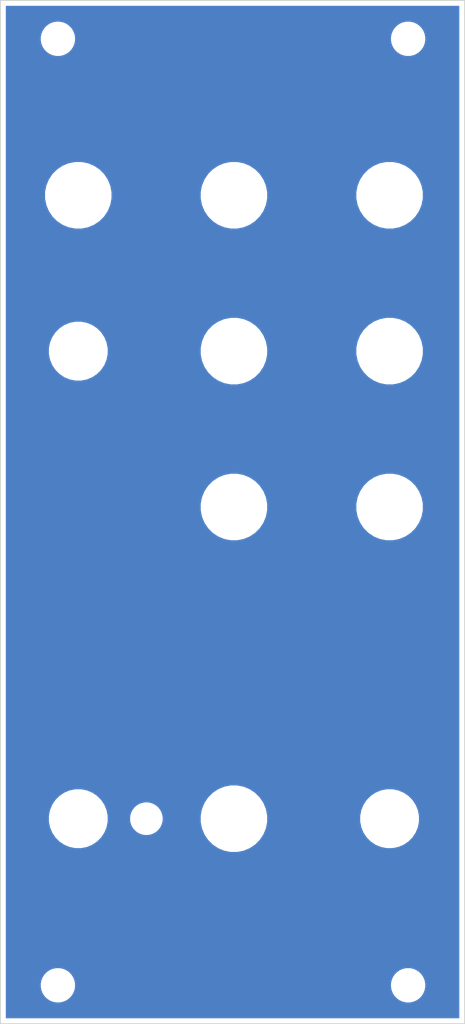
<source format=kicad_pcb>
(kicad_pcb (version 20221018) (generator pcbnew)
  (title_block (title "Bass++") (date "2019-10-17") (rev "01") (comment 1 "Original design by Thomas Henry") (comment 2 "PCB for panel") (comment 4 "License CC BY 4.0 - Attribution 4.0 International"))
  (layers (0 "F.Cu" signal) (31 "B.Cu" signal) (34 "B.Paste" user) (35 "F.Paste" user) (36 "B.SilkS" user "B.Silkscreen") (37 "F.SilkS" user "F.Silkscreen") (38 "B.Mask" user) (39 "F.Mask" user) (44 "Edge.Cuts" user))
  (net 0 "")
  (footprint "elektrophon:panel_jack" (layer "F.Cu") (at 35.56 71.12)
    (fp_text reference "H1" hide)
    (fp_text value "cv" hide)
    (pad "" np_thru_hole circle (at 0 0) (size 6.4 6.4) (drill 6.4) (layers "*.Cu" "*.Mask"))
  )
  (footprint "elektrophon:panel_jack" (layer "F.Cu") (at 35.56 132.08)
    (fp_text reference "H2" hide)
    (fp_text value "trigger" hide)
    (pad "" np_thru_hole circle (at 0 0) (size 6.4 6.4) (drill 6.4) (layers "*.Cu" "*.Mask"))
  )
  (footprint "elektrophon:panel_potentiometer" (layer "F.Cu") (at 35.56 50.8)
    (fp_text reference "H3" hide)
    (fp_text value "decay" hide)
    (pad "" np_thru_hole circle (at 0 0) (size 7.4 7.4) (drill 7.4) (layers "*.Cu" "*.Mask"))
  )
  (footprint "elektrophon:panel_potentiometer" (layer "F.Cu") (at 55.88 50.8)
    (fp_text reference "H4" hide)
    (fp_text value "sweep" hide)
    (pad "" np_thru_hole circle (at 0 0) (size 7.4 7.4) (drill 7.4) (layers "*.Cu" "*.Mask"))
  )
  (footprint "elektrophon:panel_potentiometer" (layer "F.Cu") (at 55.88 71.12)
    (fp_text reference "H5" hide)
    (fp_text value "range" hide)
    (pad "" np_thru_hole circle (at 0 0) (size 7.4 7.4) (drill 7.4) (layers "*.Cu" "*.Mask"))
  )
  (footprint "elektrophon:panel_potentiometer" (layer "F.Cu") (at 55.88 91.44)
    (fp_text reference "H6" hide)
    (fp_text value "impact tone" hide)
    (pad "" np_thru_hole circle (at 0 0) (size 7.4 7.4) (drill 7.4) (layers "*.Cu" "*.Mask"))
  )
  (footprint "elektrophon:panel_potentiometer" (layer "F.Cu") (at 55.88 132.08)
    (fp_text reference "H7" hide)
    (fp_text value "sensitivity" hide)
    (pad "" np_thru_hole circle (at 0 0) (size 7.4 7.4) (drill 7.4) (layers "*.Cu" "*.Mask"))
  )
  (footprint "elektrophon:panel_potentiometer" (layer "F.Cu") (at 76.2 50.8)
    (fp_text reference "H9" hide)
    (fp_text value "shell volume" hide)
    (pad "" np_thru_hole circle (at 0 0) (size 7.4 7.4) (drill 7.4) (layers "*.Cu" "*.Mask"))
  )
  (footprint "elektrophon:panel_potentiometer" (layer "F.Cu") (at 76.2 71.12)
    (fp_text reference "H10" hide)
    (fp_text value "pitch" hide)
    (pad "" np_thru_hole circle (at 0 0) (size 7.4 7.4) (drill 7.4) (layers "*.Cu" "*.Mask"))
  )
  (footprint "elektrophon:panel_potentiometer" (layer "F.Cu") (at 76.2 91.44)
    (fp_text reference "H11" hide)
    (fp_text value "impact volume" hide)
    (pad "" np_thru_hole circle (at 0 0) (size 7.4 7.4) (drill 7.4) (layers "*.Cu" "*.Mask"))
  )
  (footprint "elektrophon:panel_jack" (layer "F.Cu") (at 76.2 132.08)
    (fp_text reference "H12" hide)
    (fp_text value "out" hide)
    (pad "" np_thru_hole circle (at 0 0) (size 6.4 6.4) (drill 6.4) (layers "*.Cu" "*.Mask"))
  )
  (footprint "elektrophon:LED_Monitor" (layer "F.Cu") (at 44.45 132.08)
    (fp_text reference "svg2mod" hide)
    (fp_text value "G***" hide)
  )
  (footprint "MountingHole:MountingHole_3.2mm_M3" (layer "F.Cu") (at 32.9 30.4)
    (fp_text reference "REF**" hide)
    (fp_text value "MountingHole_3.2mm_M3" hide)
    (pad "" np_thru_hole circle (at 0 0) (size 3.2 3.2) (drill 3.2) (layers "*.Cu" "*.Mask"))
  )
  (footprint "MountingHole:MountingHole_3.2mm_M3" (layer "F.Cu") (at 78.62 30.4)
    (fp_text reference "REF**" hide)
    (fp_text value "MountingHole_3.2mm_M3" hide)
    (pad "" np_thru_hole circle (at 0 0) (size 3.2 3.2) (drill 3.2) (layers "*.Cu" "*.Mask"))
  )
  (footprint "MountingHole:MountingHole_3.2mm_M3" (layer "F.Cu") (at 32.9 153.8)
    (fp_text reference "REF**" hide)
    (fp_text value "MountingHole_3.2mm_M3" hide)
    (pad "" np_thru_hole circle (at 0 0) (size 3.2 3.2) (drill 3.2) (layers "*.Cu" "*.Mask"))
  )
  (footprint "MountingHole:MountingHole_3.2mm_M3" (layer "F.Cu") (at 78.62 153.8)
    (fp_text reference "REF**" hide)
    (fp_text value "MountingHole_3.2mm_M3" hide)
    (pad "" np_thru_hole circle (at 0 0) (size 3.2 3.2) (drill 3.2) (layers "*.Cu" "*.Mask"))
  )
  (gr_line (start 25.4 25.4) (end 25.4 158.8) (stroke (width 0.12)) (layer "Edge.Cuts"))
  (gr_line (start 86 25.4) (end 86 158.8) (stroke (width 0.12)) (layer "Edge.Cuts"))
  (gr_line (start 25.4 25.4) (end 86 25.4) (stroke (width 0.12)) (layer "Edge.Cuts"))
  (gr_line (start 86 158.8) (end 25.4 158.8) (stroke (width 0.12)) (layer "Edge.Cuts"))
  (gr_text "R01" (at 70.104 153.924) (layer "F.Cu") (effects (font (size 2 1.4) (thickness 0.25))))
  (zone (net 0) (net_name "") (layer "B.Cu") (connect_pads (clearance 0.508)) (min_thickness 0.254) (fill yes (thermal_gap 0.508) (thermal_bridge_width 0.508))
    (polygon (pts (xy 25.42 25.42) (xy 85.99 25.39) (xy 86.02 158.78) (xy 25.42 158.85)))
  )
  (zone (net 0) (net_name "") (layer "B.Cu") (connect_pads (clearance 0)) (min_thickness 0.254)
    (keepout (tracks not_allowed) (vias not_allowed) (pads allowed) (copperpour not_allowed) (footprints allowed))
    (fill (thermal_gap 0.508) (thermal_bridge_width 0.508))
    (polygon (pts (xy 44.45 132.08) (xy 44.4534 134.08) (xy 44.3904 134.0791) (xy 44.3275 134.0762) (xy 44.2647 134.0714) (xy 44.202 134.0646) (xy 44.1396 134.0558) (xy 44.0776 134.045) (xy 44.0158 134.0323) (xy 43.9546 134.0177) (xy 43.8938 134.0011) (xy 43.8335 133.9826) (xy 43.7739 133.9623) (xy 43.715 133.94) (xy 43.6567 133.916) (xy 43.5993 133.8901) (xy 43.5427 133.8624) (xy 43.487 133.8329) (xy 43.4323 133.8017) (xy 43.3786 133.7688) (xy 43.3259 133.7342) (xy 43.2744 133.698) (xy 43.224 133.6601) (xy 43.1748 133.6207) (xy 43.1269 133.5798) (xy 43.0803 133.5374) (xy 43.0351 133.4935) (xy 42.9913 133.4483) (xy 42.9489 133.4016) (xy 42.908 133.3537) (xy 42.8687 133.3045) (xy 42.8309 133.2541) (xy 42.7947 133.2025) (xy 42.7602 133.1498) (xy 42.7273 133.0961) (xy 42.6962 133.0413) (xy 42.6668 132.9856) (xy 42.6391 132.929) (xy 42.6133 132.8715) (xy 42.5893 132.8132) (xy 42.5671 132.7543) (xy 42.5468 132.6946) (xy 42.5284 132.6344) (xy 42.5119 132.5736) (xy 42.4973 132.5123) (xy 42.4846 132.4506) (xy 42.4739 132.3885) (xy 42.4652 132.3261) (xy 42.4584 132.2634) (xy 42.4536 132.2006) (xy 42.4508 132.1377) (xy 42.45 132.0747) (xy 42.4512 132.0117) (xy 42.4543 131.9488) (xy 42.4594 131.886) (xy 42.4665 131.8234) (xy 42.4756 131.761) (xy 42.4866 131.699) (xy 42.4996 131.6373) (xy 42.5145 131.5761) (xy 42.5313 131.5154) (xy 42.5501 131.4552) (xy 42.5707 131.3957) (xy 42.5932 131.3369) (xy 42.6175 131.2787) (xy 42.6437 131.2214) (xy 42.6716 131.165) (xy 42.7013 131.1094) (xy 42.7328 131.0548) (xy 42.7659 131.0012) (xy 42.8007 130.9487) (xy 42.8372 130.8973) (xy 42.8752 130.8471) (xy 42.9148 130.7981) (xy 42.956 130.7504) (xy 42.9986 130.704) (xy 43.0427 130.659) (xy 43.0881 130.6153) (xy 43.1349 130.5732) (xy 43.183 130.5325) (xy 43.2324 130.4933) (xy 43.283 130.4558) (xy 43.3347 130.4198) (xy 43.3876 130.3855) (xy 43.4415 130.3529) (xy 43.4964 130.322) (xy 43.5522 130.2928) (xy 43.609 130.2654) (xy 43.6665 130.2398) (xy 43.7249 130.2161) (xy 43.7839 130.1942) (xy 43.8437 130.1741) (xy 43.904 130.156) (xy 43.9649 130.1397) (xy 44.0262 130.1254) (xy 44.088 130.113) (xy 44.1502 130.1026) (xy 44.2126 130.0941) (xy 44.2753 130.0876) (xy 44.3381 130.0831) (xy 44.401 130.0806) (xy 44.464 130.08) (xy 44.527 130.0815) (xy 44.5899 130.0849) (xy 44.6527 130.0903) (xy 44.7153 130.0977) (xy 44.7776 130.107) (xy 44.8396 130.1183) (xy 44.9012 130.1316) (xy 44.9623 130.1467) (xy 45.023 130.1638) (xy 45.083 130.1828) (xy 45.1425 130.2037) (xy 45.2012 130.2265) (xy 45.2592 130.251) (xy 45.3165 130.2774) (xy 45.3728 130.3056) (xy 45.4282 130.3356) (xy 45.4827 130.3672) (xy 45.5361 130.4006) (xy 45.5885 130.4357) (xy 45.6397 130.4723) (xy 45.6898 130.5106) (xy 45.7386 130.5504) (xy 45.7861 130.5918) (xy 45.8323 130.6346) (xy 45.8772 130.6789) (xy 45.9206 130.7245) (xy 45.9626 130.7715) (xy 46.003 130.8198) (xy 46.042 130.8693) (xy 46.0793 130.9201) (xy 46.115 130.972) (xy 46.1491 131.025) (xy 46.1815 131.079) (xy 46.2122 131.1341) (xy 46.2411 131.19) (xy 46.2682 131.2469) (xy 46.2936 131.3046) (xy 46.3171 131.363) (xy 46.3387 131.4222) (xy 46.3585 131.482) (xy 46.3764 131.5424) (xy 46.3924 131.6034) (xy 46.4064 131.6648) (xy 46.4185 131.7266) (xy 46.4287 131.7888) (xy 46.4369 131.8513) (xy 46.4431 131.9139) (xy 46.4473 131.9768) (xy 46.4496 132.0398) (xy 46.4499 132.1028) (xy 46.4482 132.1658) (xy 46.4445 132.2287) (xy 46.4388 132.2914) (xy 46.4312 132.3539) (xy 46.4215 132.4162) (xy 46.41 132.4781) (xy 46.3965 132.5397) (xy 46.381 132.6008) (xy 46.3637 132.6613) (xy 46.3444 132.7213) (xy 46.3233 132.7807) (xy 46.3003 132.8393) (xy 46.2754 132.8972) (xy 46.2488 132.9543) (xy 46.2203 133.0105) (xy 46.1902 133.0658) (xy 46.1582 133.1202) (xy 46.1246 133.1734) (xy 46.0894 133.2257) (xy 46.0525 133.2767) (xy 46.014 133.3266) (xy 45.9739 133.3752) (xy 45.9324 133.4226) (xy 45.8893 133.4686) (xy 45.8449 133.5133) (xy 45.7991 133.5565) (xy 45.7519 133.5983) (xy 45.7034 133.6385) (xy 45.6537 133.6772) (xy 45.6028 133.7143) (xy 45.5507 133.7498) (xy 45.4976 133.7837) (xy 45.4434 133.8158) (xy 45.3882 133.8463) (xy 45.3322 133.8749) (xy 45.2752 133.9018) (xy 45.2174 133.9269) (xy 45.1588 133.9502) (xy 45.0996 133.9716) (xy 45.0397 133.9911) (xy 44.9792 134.0087) (xy 44.9182 134.0244) (xy 44.8567 134.0382) (xy 44.7948 134.0501) (xy 44.7326 134.0599) (xy 44.6701 134.0679) (xy 44.6074 134.0738) (xy 44.5445 134.0778) (xy 44.4815 134.0798)))
  )
)
</source>
